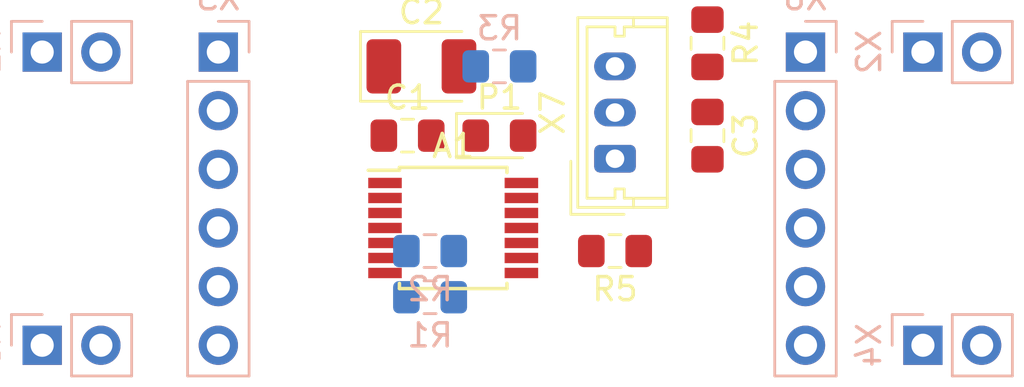
<source format=kicad_pcb>
(kicad_pcb (version 20171130) (host pcbnew 5.1.5)

  (general
    (thickness 1.6)
    (drawings 0)
    (tracks 0)
    (zones 0)
    (modules 17)
    (nets 19)
  )

  (page A4)
  (layers
    (0 F.Cu signal)
    (31 B.Cu signal)
    (32 B.Adhes user)
    (33 F.Adhes user)
    (34 B.Paste user)
    (35 F.Paste user)
    (36 B.SilkS user hide)
    (37 F.SilkS user hide)
    (38 B.Mask user)
    (39 F.Mask user)
    (40 Dwgs.User user)
    (41 Cmts.User user)
    (42 Eco1.User user)
    (43 Eco2.User user)
    (44 Edge.Cuts user)
    (45 Margin user)
    (46 B.CrtYd user)
    (47 F.CrtYd user)
    (48 B.Fab user hide)
    (49 F.Fab user hide)
  )

  (setup
    (last_trace_width 0.25)
    (trace_clearance 0.2)
    (zone_clearance 0.508)
    (zone_45_only no)
    (trace_min 0.2)
    (via_size 0.8)
    (via_drill 0.4)
    (via_min_size 0.4)
    (via_min_drill 0.3)
    (uvia_size 0.3)
    (uvia_drill 0.1)
    (uvias_allowed no)
    (uvia_min_size 0.2)
    (uvia_min_drill 0.1)
    (edge_width 0.05)
    (segment_width 0.2)
    (pcb_text_width 0.3)
    (pcb_text_size 1.5 1.5)
    (mod_edge_width 0.12)
    (mod_text_size 1 1)
    (mod_text_width 0.15)
    (pad_size 1.524 1.524)
    (pad_drill 0.762)
    (pad_to_mask_clearance 0.051)
    (solder_mask_min_width 0.25)
    (aux_axis_origin 0 0)
    (grid_origin 150 100)
    (visible_elements FFFFFF7F)
    (pcbplotparams
      (layerselection 0x010fc_ffffffff)
      (usegerberextensions false)
      (usegerberattributes false)
      (usegerberadvancedattributes false)
      (creategerberjobfile false)
      (excludeedgelayer true)
      (linewidth 0.100000)
      (plotframeref false)
      (viasonmask false)
      (mode 1)
      (useauxorigin false)
      (hpglpennumber 1)
      (hpglpenspeed 20)
      (hpglpendiameter 15.000000)
      (psnegative false)
      (psa4output false)
      (plotreference true)
      (plotvalue true)
      (plotinvisibletext false)
      (padsonsilk false)
      (subtractmaskfromsilk false)
      (outputformat 1)
      (mirror false)
      (drillshape 1)
      (scaleselection 1)
      (outputdirectory ""))
  )

  (net 0 "")
  (net 1 GND)
  (net 2 P2.6)
  (net 3 P2.7)
  (net 4 SBWTCK)
  (net 5 SBWTDIO)
  (net 6 P1.7)
  (net 7 P1.6)
  (net 8 P1.5)
  (net 9 P1.4)
  (net 10 P1.3)
  (net 11 P1.2)
  (net 12 P1.1)
  (net 13 P1.0)
  (net 14 VCC)
  (net 15 "Net-(P1-Pad2)")
  (net 16 "Net-(R5-Pad1)")
  (net 17 "Net-(X6-Pad2)")
  (net 18 "Net-(X6-Pad1)")

  (net_class Default "This is the default net class."
    (clearance 0.2)
    (trace_width 0.25)
    (via_dia 0.8)
    (via_drill 0.4)
    (uvia_dia 0.3)
    (uvia_drill 0.1)
    (add_net GND)
    (add_net "Net-(P1-Pad2)")
    (add_net "Net-(R5-Pad1)")
    (add_net "Net-(X6-Pad1)")
    (add_net "Net-(X6-Pad2)")
    (add_net P1.0)
    (add_net P1.1)
    (add_net P1.2)
    (add_net P1.3)
    (add_net P1.4)
    (add_net P1.5)
    (add_net P1.6)
    (add_net P1.7)
    (add_net P2.6)
    (add_net P2.7)
    (add_net SBWTCK)
    (add_net SBWTDIO)
    (add_net VCC)
  )

  (module Connector_Molex:Molex_Micro-Latch_53253-0370_1x03_P2.00mm_Vertical (layer F.Cu) (tedit 5B781643) (tstamp 5E4DD1CD)
    (at 157 97 90)
    (descr "Molex Micro-Latch Wire-to-Board Connector System, 53253-0370 (compatible alternatives: 53253-0350), 3 Pins per row (http://www.molex.com/pdm_docs/sd/532530770_sd.pdf), generated with kicad-footprint-generator")
    (tags "connector Molex Micro-Latch side entry")
    (path /5E4E5DD2)
    (fp_text reference X7 (at 2 -2.7 90) (layer F.SilkS)
      (effects (font (size 1 1) (thickness 0.15)))
    )
    (fp_text value Debug (at 2 3.35 90) (layer F.Fab)
      (effects (font (size 1 1) (thickness 0.15)))
    )
    (fp_text user %R (at 2 1.45 90) (layer F.Fab)
      (effects (font (size 1 1) (thickness 0.15)))
    )
    (fp_line (start 6.5 -2) (end -2.5 -2) (layer F.CrtYd) (width 0.05))
    (fp_line (start 6.5 2.65) (end 6.5 -2) (layer F.CrtYd) (width 0.05))
    (fp_line (start -2.5 2.65) (end 6.5 2.65) (layer F.CrtYd) (width 0.05))
    (fp_line (start -2.5 -2) (end -2.5 2.65) (layer F.CrtYd) (width 0.05))
    (fp_line (start 5.71 0.4) (end 5.71 2.26) (layer F.SilkS) (width 0.12))
    (fp_line (start 5.31 0.4) (end 5.71 0.4) (layer F.SilkS) (width 0.12))
    (fp_line (start 5.31 0) (end 5.31 0.4) (layer F.SilkS) (width 0.12))
    (fp_line (start 5.71 0) (end 5.31 0) (layer F.SilkS) (width 0.12))
    (fp_line (start 5.71 -1.21) (end 5.71 0) (layer F.SilkS) (width 0.12))
    (fp_line (start 2 -1.21) (end 5.71 -1.21) (layer F.SilkS) (width 0.12))
    (fp_line (start -1.71 0.4) (end -1.71 2.26) (layer F.SilkS) (width 0.12))
    (fp_line (start -1.31 0.4) (end -1.71 0.4) (layer F.SilkS) (width 0.12))
    (fp_line (start -1.31 0) (end -1.31 0.4) (layer F.SilkS) (width 0.12))
    (fp_line (start -1.71 0) (end -1.31 0) (layer F.SilkS) (width 0.12))
    (fp_line (start -1.71 -1.21) (end -1.71 0) (layer F.SilkS) (width 0.12))
    (fp_line (start 2 -1.21) (end -1.71 -1.21) (layer F.SilkS) (width 0.12))
    (fp_line (start 6.11 0.8) (end 5.71 0.8) (layer F.SilkS) (width 0.12))
    (fp_line (start -2.11 0.8) (end -1.71 0.8) (layer F.SilkS) (width 0.12))
    (fp_line (start 0 -0.792893) (end 0.5 -1.5) (layer F.Fab) (width 0.1))
    (fp_line (start -0.5 -1.5) (end 0 -0.792893) (layer F.Fab) (width 0.1))
    (fp_line (start -2.41 -1.91) (end -2.41 0.39) (layer F.SilkS) (width 0.12))
    (fp_line (start -0.11 -1.91) (end -2.41 -1.91) (layer F.SilkS) (width 0.12))
    (fp_line (start 6.11 -1.61) (end -2.11 -1.61) (layer F.SilkS) (width 0.12))
    (fp_line (start 6.11 2.26) (end 6.11 -1.61) (layer F.SilkS) (width 0.12))
    (fp_line (start -2.11 2.26) (end 6.11 2.26) (layer F.SilkS) (width 0.12))
    (fp_line (start -2.11 -1.61) (end -2.11 2.26) (layer F.SilkS) (width 0.12))
    (fp_line (start 6 -1.5) (end -2 -1.5) (layer F.Fab) (width 0.1))
    (fp_line (start 6 2.15) (end 6 -1.5) (layer F.Fab) (width 0.1))
    (fp_line (start -2 2.15) (end 6 2.15) (layer F.Fab) (width 0.1))
    (fp_line (start -2 -1.5) (end -2 2.15) (layer F.Fab) (width 0.1))
    (pad 3 thru_hole oval (at 4 0 90) (size 1.2 1.8) (drill 0.8) (layers *.Cu *.Mask)
      (net 1 GND))
    (pad 2 thru_hole oval (at 2 0 90) (size 1.2 1.8) (drill 0.8) (layers *.Cu *.Mask)
      (net 5 SBWTDIO))
    (pad 1 thru_hole roundrect (at 0 0 90) (size 1.2 1.8) (drill 0.8) (layers *.Cu *.Mask) (roundrect_rratio 0.208333)
      (net 16 "Net-(R5-Pad1)"))
    (model ${KISYS3DMOD}/Connector_Molex.3dshapes/Molex_Micro-Latch_53253-0370_1x03_P2.00mm_Vertical.wrl
      (at (xyz 0 0 0))
      (scale (xyz 1 1 1))
      (rotate (xyz 0 0 0))
    )
  )

  (module Connector_PinHeader_2.54mm:PinHeader_1x06_P2.54mm_Vertical (layer B.Cu) (tedit 59FED5CC) (tstamp 5E4DCC33)
    (at 165.24 92.38 180)
    (descr "Through hole straight pin header, 1x06, 2.54mm pitch, single row")
    (tags "Through hole pin header THT 1x06 2.54mm single row")
    (path /5E4DFD0D)
    (fp_text reference X6 (at 0 2.33) (layer B.SilkS)
      (effects (font (size 1 1) (thickness 0.15)) (justify mirror))
    )
    (fp_text value Right (at 0 -15.03) (layer B.Fab)
      (effects (font (size 1 1) (thickness 0.15)) (justify mirror))
    )
    (fp_text user %R (at 0 -6.35 270) (layer B.Fab)
      (effects (font (size 1 1) (thickness 0.15)) (justify mirror))
    )
    (fp_line (start 1.8 1.8) (end -1.8 1.8) (layer B.CrtYd) (width 0.05))
    (fp_line (start 1.8 -14.5) (end 1.8 1.8) (layer B.CrtYd) (width 0.05))
    (fp_line (start -1.8 -14.5) (end 1.8 -14.5) (layer B.CrtYd) (width 0.05))
    (fp_line (start -1.8 1.8) (end -1.8 -14.5) (layer B.CrtYd) (width 0.05))
    (fp_line (start -1.33 1.33) (end 0 1.33) (layer B.SilkS) (width 0.12))
    (fp_line (start -1.33 0) (end -1.33 1.33) (layer B.SilkS) (width 0.12))
    (fp_line (start -1.33 -1.27) (end 1.33 -1.27) (layer B.SilkS) (width 0.12))
    (fp_line (start 1.33 -1.27) (end 1.33 -14.03) (layer B.SilkS) (width 0.12))
    (fp_line (start -1.33 -1.27) (end -1.33 -14.03) (layer B.SilkS) (width 0.12))
    (fp_line (start -1.33 -14.03) (end 1.33 -14.03) (layer B.SilkS) (width 0.12))
    (fp_line (start -1.27 0.635) (end -0.635 1.27) (layer B.Fab) (width 0.1))
    (fp_line (start -1.27 -13.97) (end -1.27 0.635) (layer B.Fab) (width 0.1))
    (fp_line (start 1.27 -13.97) (end -1.27 -13.97) (layer B.Fab) (width 0.1))
    (fp_line (start 1.27 1.27) (end 1.27 -13.97) (layer B.Fab) (width 0.1))
    (fp_line (start -0.635 1.27) (end 1.27 1.27) (layer B.Fab) (width 0.1))
    (pad 6 thru_hole oval (at 0 -12.7 180) (size 1.7 1.7) (drill 1) (layers *.Cu *.Mask)
      (net 7 P1.6))
    (pad 5 thru_hole oval (at 0 -10.16 180) (size 1.7 1.7) (drill 1) (layers *.Cu *.Mask)
      (net 6 P1.7))
    (pad 4 thru_hole oval (at 0 -7.62 180) (size 1.7 1.7) (drill 1) (layers *.Cu *.Mask)
      (net 2 P2.6))
    (pad 3 thru_hole oval (at 0 -5.08 180) (size 1.7 1.7) (drill 1) (layers *.Cu *.Mask)
      (net 3 P2.7))
    (pad 2 thru_hole oval (at 0 -2.54 180) (size 1.7 1.7) (drill 1) (layers *.Cu *.Mask)
      (net 17 "Net-(X6-Pad2)"))
    (pad 1 thru_hole rect (at 0 0 180) (size 1.7 1.7) (drill 1) (layers *.Cu *.Mask)
      (net 18 "Net-(X6-Pad1)"))
    (model ${KISYS3DMOD}/Connector_PinHeader_2.54mm.3dshapes/PinHeader_1x06_P2.54mm_Vertical.wrl
      (at (xyz 0 0 0))
      (scale (xyz 1 1 1))
      (rotate (xyz 0 0 0))
    )
  )

  (module Connector_PinHeader_2.54mm:PinHeader_1x02_P2.54mm_Vertical (layer B.Cu) (tedit 59FED5CC) (tstamp 5E4DC90A)
    (at 132.22 105.08 270)
    (descr "Through hole straight pin header, 1x02, 2.54mm pitch, single row")
    (tags "Through hole pin header THT 1x02 2.54mm single row")
    (path /5E4DEFCE)
    (fp_text reference X5 (at 0 2.33 270) (layer B.SilkS)
      (effects (font (size 1 1) (thickness 0.15)) (justify mirror))
    )
    (fp_text value Power (at 0 -4.87 270) (layer B.Fab)
      (effects (font (size 1 1) (thickness 0.15)) (justify mirror))
    )
    (fp_text user %R (at 0 -1.27) (layer B.Fab)
      (effects (font (size 1 1) (thickness 0.15)) (justify mirror))
    )
    (fp_line (start 1.8 1.8) (end -1.8 1.8) (layer B.CrtYd) (width 0.05))
    (fp_line (start 1.8 -4.35) (end 1.8 1.8) (layer B.CrtYd) (width 0.05))
    (fp_line (start -1.8 -4.35) (end 1.8 -4.35) (layer B.CrtYd) (width 0.05))
    (fp_line (start -1.8 1.8) (end -1.8 -4.35) (layer B.CrtYd) (width 0.05))
    (fp_line (start -1.33 1.33) (end 0 1.33) (layer B.SilkS) (width 0.12))
    (fp_line (start -1.33 0) (end -1.33 1.33) (layer B.SilkS) (width 0.12))
    (fp_line (start -1.33 -1.27) (end 1.33 -1.27) (layer B.SilkS) (width 0.12))
    (fp_line (start 1.33 -1.27) (end 1.33 -3.87) (layer B.SilkS) (width 0.12))
    (fp_line (start -1.33 -1.27) (end -1.33 -3.87) (layer B.SilkS) (width 0.12))
    (fp_line (start -1.33 -3.87) (end 1.33 -3.87) (layer B.SilkS) (width 0.12))
    (fp_line (start -1.27 0.635) (end -0.635 1.27) (layer B.Fab) (width 0.1))
    (fp_line (start -1.27 -3.81) (end -1.27 0.635) (layer B.Fab) (width 0.1))
    (fp_line (start 1.27 -3.81) (end -1.27 -3.81) (layer B.Fab) (width 0.1))
    (fp_line (start 1.27 1.27) (end 1.27 -3.81) (layer B.Fab) (width 0.1))
    (fp_line (start -0.635 1.27) (end 1.27 1.27) (layer B.Fab) (width 0.1))
    (pad 2 thru_hole oval (at 0 -2.54 270) (size 1.7 1.7) (drill 1) (layers *.Cu *.Mask)
      (net 1 GND))
    (pad 1 thru_hole rect (at 0 0 270) (size 1.7 1.7) (drill 1) (layers *.Cu *.Mask)
      (net 14 VCC))
    (model ${KISYS3DMOD}/Connector_PinHeader_2.54mm.3dshapes/PinHeader_1x02_P2.54mm_Vertical.wrl
      (at (xyz 0 0 0))
      (scale (xyz 1 1 1))
      (rotate (xyz 0 0 0))
    )
  )

  (module Connector_PinHeader_2.54mm:PinHeader_1x02_P2.54mm_Vertical (layer B.Cu) (tedit 59FED5CC) (tstamp 5E4DC542)
    (at 170.32 105.08 270)
    (descr "Through hole straight pin header, 1x02, 2.54mm pitch, single row")
    (tags "Through hole pin header THT 1x02 2.54mm single row")
    (path /5E4DCFB4)
    (fp_text reference X4 (at 0 2.33 270) (layer B.SilkS)
      (effects (font (size 1 1) (thickness 0.15)) (justify mirror))
    )
    (fp_text value Power (at 0 -4.87 270) (layer B.Fab)
      (effects (font (size 1 1) (thickness 0.15)) (justify mirror))
    )
    (fp_text user %R (at 0 -1.27) (layer B.Fab)
      (effects (font (size 1 1) (thickness 0.15)) (justify mirror))
    )
    (fp_line (start 1.8 1.8) (end -1.8 1.8) (layer B.CrtYd) (width 0.05))
    (fp_line (start 1.8 -4.35) (end 1.8 1.8) (layer B.CrtYd) (width 0.05))
    (fp_line (start -1.8 -4.35) (end 1.8 -4.35) (layer B.CrtYd) (width 0.05))
    (fp_line (start -1.8 1.8) (end -1.8 -4.35) (layer B.CrtYd) (width 0.05))
    (fp_line (start -1.33 1.33) (end 0 1.33) (layer B.SilkS) (width 0.12))
    (fp_line (start -1.33 0) (end -1.33 1.33) (layer B.SilkS) (width 0.12))
    (fp_line (start -1.33 -1.27) (end 1.33 -1.27) (layer B.SilkS) (width 0.12))
    (fp_line (start 1.33 -1.27) (end 1.33 -3.87) (layer B.SilkS) (width 0.12))
    (fp_line (start -1.33 -1.27) (end -1.33 -3.87) (layer B.SilkS) (width 0.12))
    (fp_line (start -1.33 -3.87) (end 1.33 -3.87) (layer B.SilkS) (width 0.12))
    (fp_line (start -1.27 0.635) (end -0.635 1.27) (layer B.Fab) (width 0.1))
    (fp_line (start -1.27 -3.81) (end -1.27 0.635) (layer B.Fab) (width 0.1))
    (fp_line (start 1.27 -3.81) (end -1.27 -3.81) (layer B.Fab) (width 0.1))
    (fp_line (start 1.27 1.27) (end 1.27 -3.81) (layer B.Fab) (width 0.1))
    (fp_line (start -0.635 1.27) (end 1.27 1.27) (layer B.Fab) (width 0.1))
    (pad 2 thru_hole oval (at 0 -2.54 270) (size 1.7 1.7) (drill 1) (layers *.Cu *.Mask)
      (net 1 GND))
    (pad 1 thru_hole rect (at 0 0 270) (size 1.7 1.7) (drill 1) (layers *.Cu *.Mask)
      (net 14 VCC))
    (model ${KISYS3DMOD}/Connector_PinHeader_2.54mm.3dshapes/PinHeader_1x02_P2.54mm_Vertical.wrl
      (at (xyz 0 0 0))
      (scale (xyz 1 1 1))
      (rotate (xyz 0 0 0))
    )
  )

  (module Connector_PinHeader_2.54mm:PinHeader_1x06_P2.54mm_Vertical (layer B.Cu) (tedit 59FED5CC) (tstamp 5E4DC52C)
    (at 139.84 92.38 180)
    (descr "Through hole straight pin header, 1x06, 2.54mm pitch, single row")
    (tags "Through hole pin header THT 1x06 2.54mm single row")
    (path /5E4DF7EE)
    (fp_text reference X3 (at 0 2.33) (layer B.SilkS)
      (effects (font (size 1 1) (thickness 0.15)) (justify mirror))
    )
    (fp_text value Left (at 0 -15.03) (layer B.Fab)
      (effects (font (size 1 1) (thickness 0.15)) (justify mirror))
    )
    (fp_text user %R (at 0 -6.35 270) (layer B.Fab)
      (effects (font (size 1 1) (thickness 0.15)) (justify mirror))
    )
    (fp_line (start 1.8 1.8) (end -1.8 1.8) (layer B.CrtYd) (width 0.05))
    (fp_line (start 1.8 -14.5) (end 1.8 1.8) (layer B.CrtYd) (width 0.05))
    (fp_line (start -1.8 -14.5) (end 1.8 -14.5) (layer B.CrtYd) (width 0.05))
    (fp_line (start -1.8 1.8) (end -1.8 -14.5) (layer B.CrtYd) (width 0.05))
    (fp_line (start -1.33 1.33) (end 0 1.33) (layer B.SilkS) (width 0.12))
    (fp_line (start -1.33 0) (end -1.33 1.33) (layer B.SilkS) (width 0.12))
    (fp_line (start -1.33 -1.27) (end 1.33 -1.27) (layer B.SilkS) (width 0.12))
    (fp_line (start 1.33 -1.27) (end 1.33 -14.03) (layer B.SilkS) (width 0.12))
    (fp_line (start -1.33 -1.27) (end -1.33 -14.03) (layer B.SilkS) (width 0.12))
    (fp_line (start -1.33 -14.03) (end 1.33 -14.03) (layer B.SilkS) (width 0.12))
    (fp_line (start -1.27 0.635) (end -0.635 1.27) (layer B.Fab) (width 0.1))
    (fp_line (start -1.27 -13.97) (end -1.27 0.635) (layer B.Fab) (width 0.1))
    (fp_line (start 1.27 -13.97) (end -1.27 -13.97) (layer B.Fab) (width 0.1))
    (fp_line (start 1.27 1.27) (end 1.27 -13.97) (layer B.Fab) (width 0.1))
    (fp_line (start -0.635 1.27) (end 1.27 1.27) (layer B.Fab) (width 0.1))
    (pad 6 thru_hole oval (at 0 -12.7 180) (size 1.7 1.7) (drill 1) (layers *.Cu *.Mask)
      (net 8 P1.5))
    (pad 5 thru_hole oval (at 0 -10.16 180) (size 1.7 1.7) (drill 1) (layers *.Cu *.Mask)
      (net 9 P1.4))
    (pad 4 thru_hole oval (at 0 -7.62 180) (size 1.7 1.7) (drill 1) (layers *.Cu *.Mask)
      (net 10 P1.3))
    (pad 3 thru_hole oval (at 0 -5.08 180) (size 1.7 1.7) (drill 1) (layers *.Cu *.Mask)
      (net 11 P1.2))
    (pad 2 thru_hole oval (at 0 -2.54 180) (size 1.7 1.7) (drill 1) (layers *.Cu *.Mask)
      (net 12 P1.1))
    (pad 1 thru_hole rect (at 0 0 180) (size 1.7 1.7) (drill 1) (layers *.Cu *.Mask)
      (net 13 P1.0))
    (model ${KISYS3DMOD}/Connector_PinHeader_2.54mm.3dshapes/PinHeader_1x06_P2.54mm_Vertical.wrl
      (at (xyz 0 0 0))
      (scale (xyz 1 1 1))
      (rotate (xyz 0 0 0))
    )
  )

  (module Connector_PinHeader_2.54mm:PinHeader_1x02_P2.54mm_Vertical (layer B.Cu) (tedit 59FED5CC) (tstamp 5E4DC512)
    (at 170.32 92.38 270)
    (descr "Through hole straight pin header, 1x02, 2.54mm pitch, single row")
    (tags "Through hole pin header THT 1x02 2.54mm single row")
    (path /5E4DEFB8)
    (fp_text reference X2 (at 0 2.33 270) (layer B.SilkS)
      (effects (font (size 1 1) (thickness 0.15)) (justify mirror))
    )
    (fp_text value Power (at 0 -4.87 270) (layer B.Fab)
      (effects (font (size 1 1) (thickness 0.15)) (justify mirror))
    )
    (fp_text user %R (at 0 -1.27) (layer B.Fab)
      (effects (font (size 1 1) (thickness 0.15)) (justify mirror))
    )
    (fp_line (start 1.8 1.8) (end -1.8 1.8) (layer B.CrtYd) (width 0.05))
    (fp_line (start 1.8 -4.35) (end 1.8 1.8) (layer B.CrtYd) (width 0.05))
    (fp_line (start -1.8 -4.35) (end 1.8 -4.35) (layer B.CrtYd) (width 0.05))
    (fp_line (start -1.8 1.8) (end -1.8 -4.35) (layer B.CrtYd) (width 0.05))
    (fp_line (start -1.33 1.33) (end 0 1.33) (layer B.SilkS) (width 0.12))
    (fp_line (start -1.33 0) (end -1.33 1.33) (layer B.SilkS) (width 0.12))
    (fp_line (start -1.33 -1.27) (end 1.33 -1.27) (layer B.SilkS) (width 0.12))
    (fp_line (start 1.33 -1.27) (end 1.33 -3.87) (layer B.SilkS) (width 0.12))
    (fp_line (start -1.33 -1.27) (end -1.33 -3.87) (layer B.SilkS) (width 0.12))
    (fp_line (start -1.33 -3.87) (end 1.33 -3.87) (layer B.SilkS) (width 0.12))
    (fp_line (start -1.27 0.635) (end -0.635 1.27) (layer B.Fab) (width 0.1))
    (fp_line (start -1.27 -3.81) (end -1.27 0.635) (layer B.Fab) (width 0.1))
    (fp_line (start 1.27 -3.81) (end -1.27 -3.81) (layer B.Fab) (width 0.1))
    (fp_line (start 1.27 1.27) (end 1.27 -3.81) (layer B.Fab) (width 0.1))
    (fp_line (start -0.635 1.27) (end 1.27 1.27) (layer B.Fab) (width 0.1))
    (pad 2 thru_hole oval (at 0 -2.54 270) (size 1.7 1.7) (drill 1) (layers *.Cu *.Mask)
      (net 1 GND))
    (pad 1 thru_hole rect (at 0 0 270) (size 1.7 1.7) (drill 1) (layers *.Cu *.Mask)
      (net 14 VCC))
    (model ${KISYS3DMOD}/Connector_PinHeader_2.54mm.3dshapes/PinHeader_1x02_P2.54mm_Vertical.wrl
      (at (xyz 0 0 0))
      (scale (xyz 1 1 1))
      (rotate (xyz 0 0 0))
    )
  )

  (module Connector_PinHeader_2.54mm:PinHeader_1x02_P2.54mm_Vertical (layer B.Cu) (tedit 59FED5CC) (tstamp 5E4DC4FC)
    (at 132.22 92.38 270)
    (descr "Through hole straight pin header, 1x02, 2.54mm pitch, single row")
    (tags "Through hole pin header THT 1x02 2.54mm single row")
    (path /5E4D97F7)
    (fp_text reference X1 (at 0 2.33 270) (layer B.SilkS)
      (effects (font (size 1 1) (thickness 0.15)) (justify mirror))
    )
    (fp_text value Power (at 0 -4.87 270) (layer B.Fab)
      (effects (font (size 1 1) (thickness 0.15)) (justify mirror))
    )
    (fp_text user %R (at 0 -1.27) (layer B.Fab)
      (effects (font (size 1 1) (thickness 0.15)) (justify mirror))
    )
    (fp_line (start 1.8 1.8) (end -1.8 1.8) (layer B.CrtYd) (width 0.05))
    (fp_line (start 1.8 -4.35) (end 1.8 1.8) (layer B.CrtYd) (width 0.05))
    (fp_line (start -1.8 -4.35) (end 1.8 -4.35) (layer B.CrtYd) (width 0.05))
    (fp_line (start -1.8 1.8) (end -1.8 -4.35) (layer B.CrtYd) (width 0.05))
    (fp_line (start -1.33 1.33) (end 0 1.33) (layer B.SilkS) (width 0.12))
    (fp_line (start -1.33 0) (end -1.33 1.33) (layer B.SilkS) (width 0.12))
    (fp_line (start -1.33 -1.27) (end 1.33 -1.27) (layer B.SilkS) (width 0.12))
    (fp_line (start 1.33 -1.27) (end 1.33 -3.87) (layer B.SilkS) (width 0.12))
    (fp_line (start -1.33 -1.27) (end -1.33 -3.87) (layer B.SilkS) (width 0.12))
    (fp_line (start -1.33 -3.87) (end 1.33 -3.87) (layer B.SilkS) (width 0.12))
    (fp_line (start -1.27 0.635) (end -0.635 1.27) (layer B.Fab) (width 0.1))
    (fp_line (start -1.27 -3.81) (end -1.27 0.635) (layer B.Fab) (width 0.1))
    (fp_line (start 1.27 -3.81) (end -1.27 -3.81) (layer B.Fab) (width 0.1))
    (fp_line (start 1.27 1.27) (end 1.27 -3.81) (layer B.Fab) (width 0.1))
    (fp_line (start -0.635 1.27) (end 1.27 1.27) (layer B.Fab) (width 0.1))
    (pad 2 thru_hole oval (at 0 -2.54 270) (size 1.7 1.7) (drill 1) (layers *.Cu *.Mask)
      (net 1 GND))
    (pad 1 thru_hole rect (at 0 0 270) (size 1.7 1.7) (drill 1) (layers *.Cu *.Mask)
      (net 14 VCC))
    (model ${KISYS3DMOD}/Connector_PinHeader_2.54mm.3dshapes/PinHeader_1x02_P2.54mm_Vertical.wrl
      (at (xyz 0 0 0))
      (scale (xyz 1 1 1))
      (rotate (xyz 0 0 0))
    )
  )

  (module Resistor_SMD:R_0805_2012Metric_Pad1.15x1.40mm_HandSolder (layer F.Cu) (tedit 5B36C52B) (tstamp 5E4DC4E6)
    (at 157 101 180)
    (descr "Resistor SMD 0805 (2012 Metric), square (rectangular) end terminal, IPC_7351 nominal with elongated pad for handsoldering. (Body size source: https://docs.google.com/spreadsheets/d/1BsfQQcO9C6DZCsRaXUlFlo91Tg2WpOkGARC1WS5S8t0/edit?usp=sharing), generated with kicad-footprint-generator")
    (tags "resistor handsolder")
    (path /5E4D6B4B)
    (attr smd)
    (fp_text reference R5 (at 0 -1.65) (layer F.SilkS)
      (effects (font (size 1 1) (thickness 0.15)))
    )
    (fp_text value 330 (at 0 1.65) (layer F.Fab)
      (effects (font (size 1 1) (thickness 0.15)))
    )
    (fp_text user %R (at 0 0) (layer F.Fab)
      (effects (font (size 0.5 0.5) (thickness 0.08)))
    )
    (fp_line (start 1.85 0.95) (end -1.85 0.95) (layer F.CrtYd) (width 0.05))
    (fp_line (start 1.85 -0.95) (end 1.85 0.95) (layer F.CrtYd) (width 0.05))
    (fp_line (start -1.85 -0.95) (end 1.85 -0.95) (layer F.CrtYd) (width 0.05))
    (fp_line (start -1.85 0.95) (end -1.85 -0.95) (layer F.CrtYd) (width 0.05))
    (fp_line (start -0.261252 0.71) (end 0.261252 0.71) (layer F.SilkS) (width 0.12))
    (fp_line (start -0.261252 -0.71) (end 0.261252 -0.71) (layer F.SilkS) (width 0.12))
    (fp_line (start 1 0.6) (end -1 0.6) (layer F.Fab) (width 0.1))
    (fp_line (start 1 -0.6) (end 1 0.6) (layer F.Fab) (width 0.1))
    (fp_line (start -1 -0.6) (end 1 -0.6) (layer F.Fab) (width 0.1))
    (fp_line (start -1 0.6) (end -1 -0.6) (layer F.Fab) (width 0.1))
    (pad 2 smd roundrect (at 1.025 0 180) (size 1.15 1.4) (layers F.Cu F.Paste F.Mask) (roundrect_rratio 0.217391)
      (net 4 SBWTCK))
    (pad 1 smd roundrect (at -1.025 0 180) (size 1.15 1.4) (layers F.Cu F.Paste F.Mask) (roundrect_rratio 0.217391)
      (net 16 "Net-(R5-Pad1)"))
    (model ${KISYS3DMOD}/Resistor_SMD.3dshapes/R_0805_2012Metric.wrl
      (at (xyz 0 0 0))
      (scale (xyz 1 1 1))
      (rotate (xyz 0 0 0))
    )
  )

  (module Resistor_SMD:R_0805_2012Metric_Pad1.15x1.40mm_HandSolder (layer F.Cu) (tedit 5B36C52B) (tstamp 5E4DD188)
    (at 161 92 270)
    (descr "Resistor SMD 0805 (2012 Metric), square (rectangular) end terminal, IPC_7351 nominal with elongated pad for handsoldering. (Body size source: https://docs.google.com/spreadsheets/d/1BsfQQcO9C6DZCsRaXUlFlo91Tg2WpOkGARC1WS5S8t0/edit?usp=sharing), generated with kicad-footprint-generator")
    (tags "resistor handsolder")
    (path /5E4D77FD)
    (attr smd)
    (fp_text reference R4 (at 0 -1.65 90) (layer F.SilkS)
      (effects (font (size 1 1) (thickness 0.15)))
    )
    (fp_text value 47k (at 0 1.65 90) (layer F.Fab)
      (effects (font (size 1 1) (thickness 0.15)))
    )
    (fp_text user %R (at 0 0 90) (layer F.Fab)
      (effects (font (size 0.5 0.5) (thickness 0.08)))
    )
    (fp_line (start 1.85 0.95) (end -1.85 0.95) (layer F.CrtYd) (width 0.05))
    (fp_line (start 1.85 -0.95) (end 1.85 0.95) (layer F.CrtYd) (width 0.05))
    (fp_line (start -1.85 -0.95) (end 1.85 -0.95) (layer F.CrtYd) (width 0.05))
    (fp_line (start -1.85 0.95) (end -1.85 -0.95) (layer F.CrtYd) (width 0.05))
    (fp_line (start -0.261252 0.71) (end 0.261252 0.71) (layer F.SilkS) (width 0.12))
    (fp_line (start -0.261252 -0.71) (end 0.261252 -0.71) (layer F.SilkS) (width 0.12))
    (fp_line (start 1 0.6) (end -1 0.6) (layer F.Fab) (width 0.1))
    (fp_line (start 1 -0.6) (end 1 0.6) (layer F.Fab) (width 0.1))
    (fp_line (start -1 -0.6) (end 1 -0.6) (layer F.Fab) (width 0.1))
    (fp_line (start -1 0.6) (end -1 -0.6) (layer F.Fab) (width 0.1))
    (pad 2 smd roundrect (at 1.025 0 270) (size 1.15 1.4) (layers F.Cu F.Paste F.Mask) (roundrect_rratio 0.217391)
      (net 5 SBWTDIO))
    (pad 1 smd roundrect (at -1.025 0 270) (size 1.15 1.4) (layers F.Cu F.Paste F.Mask) (roundrect_rratio 0.217391)
      (net 14 VCC))
    (model ${KISYS3DMOD}/Resistor_SMD.3dshapes/R_0805_2012Metric.wrl
      (at (xyz 0 0 0))
      (scale (xyz 1 1 1))
      (rotate (xyz 0 0 0))
    )
  )

  (module Resistor_SMD:R_0805_2012Metric_Pad1.15x1.40mm_HandSolder (layer B.Cu) (tedit 5B36C52B) (tstamp 5E4DD015)
    (at 152 93 180)
    (descr "Resistor SMD 0805 (2012 Metric), square (rectangular) end terminal, IPC_7351 nominal with elongated pad for handsoldering. (Body size source: https://docs.google.com/spreadsheets/d/1BsfQQcO9C6DZCsRaXUlFlo91Tg2WpOkGARC1WS5S8t0/edit?usp=sharing), generated with kicad-footprint-generator")
    (tags "resistor handsolder")
    (path /5E4D8E80)
    (attr smd)
    (fp_text reference R3 (at 0 1.65) (layer B.SilkS)
      (effects (font (size 1 1) (thickness 0.15)) (justify mirror))
    )
    (fp_text value R (at 0 -1.65) (layer B.Fab)
      (effects (font (size 1 1) (thickness 0.15)) (justify mirror))
    )
    (fp_text user %R (at 0 0) (layer B.Fab)
      (effects (font (size 0.5 0.5) (thickness 0.08)) (justify mirror))
    )
    (fp_line (start 1.85 -0.95) (end -1.85 -0.95) (layer B.CrtYd) (width 0.05))
    (fp_line (start 1.85 0.95) (end 1.85 -0.95) (layer B.CrtYd) (width 0.05))
    (fp_line (start -1.85 0.95) (end 1.85 0.95) (layer B.CrtYd) (width 0.05))
    (fp_line (start -1.85 -0.95) (end -1.85 0.95) (layer B.CrtYd) (width 0.05))
    (fp_line (start -0.261252 -0.71) (end 0.261252 -0.71) (layer B.SilkS) (width 0.12))
    (fp_line (start -0.261252 0.71) (end 0.261252 0.71) (layer B.SilkS) (width 0.12))
    (fp_line (start 1 -0.6) (end -1 -0.6) (layer B.Fab) (width 0.1))
    (fp_line (start 1 0.6) (end 1 -0.6) (layer B.Fab) (width 0.1))
    (fp_line (start -1 0.6) (end 1 0.6) (layer B.Fab) (width 0.1))
    (fp_line (start -1 -0.6) (end -1 0.6) (layer B.Fab) (width 0.1))
    (pad 2 smd roundrect (at 1.025 0 180) (size 1.15 1.4) (layers B.Cu B.Paste B.Mask) (roundrect_rratio 0.217391)
      (net 14 VCC))
    (pad 1 smd roundrect (at -1.025 0 180) (size 1.15 1.4) (layers B.Cu B.Paste B.Mask) (roundrect_rratio 0.217391)
      (net 15 "Net-(P1-Pad2)"))
    (model ${KISYS3DMOD}/Resistor_SMD.3dshapes/R_0805_2012Metric.wrl
      (at (xyz 0 0 0))
      (scale (xyz 1 1 1))
      (rotate (xyz 0 0 0))
    )
  )

  (module Resistor_SMD:R_0805_2012Metric_Pad1.15x1.40mm_HandSolder (layer B.Cu) (tedit 5B36C52B) (tstamp 5E4DC4B3)
    (at 149 101)
    (descr "Resistor SMD 0805 (2012 Metric), square (rectangular) end terminal, IPC_7351 nominal with elongated pad for handsoldering. (Body size source: https://docs.google.com/spreadsheets/d/1BsfQQcO9C6DZCsRaXUlFlo91Tg2WpOkGARC1WS5S8t0/edit?usp=sharing), generated with kicad-footprint-generator")
    (tags "resistor handsolder")
    (path /5E4EA449)
    (attr smd)
    (fp_text reference R2 (at 0 1.65) (layer B.SilkS)
      (effects (font (size 1 1) (thickness 0.15)) (justify mirror))
    )
    (fp_text value R (at 0 -1.65) (layer B.Fab)
      (effects (font (size 1 1) (thickness 0.15)) (justify mirror))
    )
    (fp_text user %R (at 0 0) (layer B.Fab)
      (effects (font (size 0.5 0.5) (thickness 0.08)) (justify mirror))
    )
    (fp_line (start 1.85 -0.95) (end -1.85 -0.95) (layer B.CrtYd) (width 0.05))
    (fp_line (start 1.85 0.95) (end 1.85 -0.95) (layer B.CrtYd) (width 0.05))
    (fp_line (start -1.85 0.95) (end 1.85 0.95) (layer B.CrtYd) (width 0.05))
    (fp_line (start -1.85 -0.95) (end -1.85 0.95) (layer B.CrtYd) (width 0.05))
    (fp_line (start -0.261252 -0.71) (end 0.261252 -0.71) (layer B.SilkS) (width 0.12))
    (fp_line (start -0.261252 0.71) (end 0.261252 0.71) (layer B.SilkS) (width 0.12))
    (fp_line (start 1 -0.6) (end -1 -0.6) (layer B.Fab) (width 0.1))
    (fp_line (start 1 0.6) (end 1 -0.6) (layer B.Fab) (width 0.1))
    (fp_line (start -1 0.6) (end 1 0.6) (layer B.Fab) (width 0.1))
    (fp_line (start -1 -0.6) (end -1 0.6) (layer B.Fab) (width 0.1))
    (pad 2 smd roundrect (at 1.025 0) (size 1.15 1.4) (layers B.Cu B.Paste B.Mask) (roundrect_rratio 0.217391)
      (net 6 P1.7))
    (pad 1 smd roundrect (at -1.025 0) (size 1.15 1.4) (layers B.Cu B.Paste B.Mask) (roundrect_rratio 0.217391)
      (net 14 VCC))
    (model ${KISYS3DMOD}/Resistor_SMD.3dshapes/R_0805_2012Metric.wrl
      (at (xyz 0 0 0))
      (scale (xyz 1 1 1))
      (rotate (xyz 0 0 0))
    )
  )

  (module Resistor_SMD:R_0805_2012Metric_Pad1.15x1.40mm_HandSolder (layer B.Cu) (tedit 5B36C52B) (tstamp 5E4DC4A2)
    (at 149 103)
    (descr "Resistor SMD 0805 (2012 Metric), square (rectangular) end terminal, IPC_7351 nominal with elongated pad for handsoldering. (Body size source: https://docs.google.com/spreadsheets/d/1BsfQQcO9C6DZCsRaXUlFlo91Tg2WpOkGARC1WS5S8t0/edit?usp=sharing), generated with kicad-footprint-generator")
    (tags "resistor handsolder")
    (path /5E4EA293)
    (attr smd)
    (fp_text reference R1 (at 0 1.65) (layer B.SilkS)
      (effects (font (size 1 1) (thickness 0.15)) (justify mirror))
    )
    (fp_text value R (at 0 -1.65) (layer B.Fab)
      (effects (font (size 1 1) (thickness 0.15)) (justify mirror))
    )
    (fp_text user %R (at 0 0) (layer B.Fab)
      (effects (font (size 0.5 0.5) (thickness 0.08)) (justify mirror))
    )
    (fp_line (start 1.85 -0.95) (end -1.85 -0.95) (layer B.CrtYd) (width 0.05))
    (fp_line (start 1.85 0.95) (end 1.85 -0.95) (layer B.CrtYd) (width 0.05))
    (fp_line (start -1.85 0.95) (end 1.85 0.95) (layer B.CrtYd) (width 0.05))
    (fp_line (start -1.85 -0.95) (end -1.85 0.95) (layer B.CrtYd) (width 0.05))
    (fp_line (start -0.261252 -0.71) (end 0.261252 -0.71) (layer B.SilkS) (width 0.12))
    (fp_line (start -0.261252 0.71) (end 0.261252 0.71) (layer B.SilkS) (width 0.12))
    (fp_line (start 1 -0.6) (end -1 -0.6) (layer B.Fab) (width 0.1))
    (fp_line (start 1 0.6) (end 1 -0.6) (layer B.Fab) (width 0.1))
    (fp_line (start -1 0.6) (end 1 0.6) (layer B.Fab) (width 0.1))
    (fp_line (start -1 -0.6) (end -1 0.6) (layer B.Fab) (width 0.1))
    (pad 2 smd roundrect (at 1.025 0) (size 1.15 1.4) (layers B.Cu B.Paste B.Mask) (roundrect_rratio 0.217391)
      (net 7 P1.6))
    (pad 1 smd roundrect (at -1.025 0) (size 1.15 1.4) (layers B.Cu B.Paste B.Mask) (roundrect_rratio 0.217391)
      (net 14 VCC))
    (model ${KISYS3DMOD}/Resistor_SMD.3dshapes/R_0805_2012Metric.wrl
      (at (xyz 0 0 0))
      (scale (xyz 1 1 1))
      (rotate (xyz 0 0 0))
    )
  )

  (module LED_SMD:LED_0805_2012Metric_Pad1.15x1.40mm_HandSolder (layer F.Cu) (tedit 5B4B45C9) (tstamp 5E4DC491)
    (at 152 96)
    (descr "LED SMD 0805 (2012 Metric), square (rectangular) end terminal, IPC_7351 nominal, (Body size source: https://docs.google.com/spreadsheets/d/1BsfQQcO9C6DZCsRaXUlFlo91Tg2WpOkGARC1WS5S8t0/edit?usp=sharing), generated with kicad-footprint-generator")
    (tags "LED handsolder")
    (path /5E4D8C15)
    (attr smd)
    (fp_text reference P1 (at 0 -1.65) (layer F.SilkS)
      (effects (font (size 1 1) (thickness 0.15)))
    )
    (fp_text value Power (at 0 1.65) (layer F.Fab)
      (effects (font (size 1 1) (thickness 0.15)))
    )
    (fp_text user %R (at 0 0) (layer F.Fab)
      (effects (font (size 0.5 0.5) (thickness 0.08)))
    )
    (fp_line (start 1.85 0.95) (end -1.85 0.95) (layer F.CrtYd) (width 0.05))
    (fp_line (start 1.85 -0.95) (end 1.85 0.95) (layer F.CrtYd) (width 0.05))
    (fp_line (start -1.85 -0.95) (end 1.85 -0.95) (layer F.CrtYd) (width 0.05))
    (fp_line (start -1.85 0.95) (end -1.85 -0.95) (layer F.CrtYd) (width 0.05))
    (fp_line (start -1.86 0.96) (end 1 0.96) (layer F.SilkS) (width 0.12))
    (fp_line (start -1.86 -0.96) (end -1.86 0.96) (layer F.SilkS) (width 0.12))
    (fp_line (start 1 -0.96) (end -1.86 -0.96) (layer F.SilkS) (width 0.12))
    (fp_line (start 1 0.6) (end 1 -0.6) (layer F.Fab) (width 0.1))
    (fp_line (start -1 0.6) (end 1 0.6) (layer F.Fab) (width 0.1))
    (fp_line (start -1 -0.3) (end -1 0.6) (layer F.Fab) (width 0.1))
    (fp_line (start -0.7 -0.6) (end -1 -0.3) (layer F.Fab) (width 0.1))
    (fp_line (start 1 -0.6) (end -0.7 -0.6) (layer F.Fab) (width 0.1))
    (pad 2 smd roundrect (at 1.025 0) (size 1.15 1.4) (layers F.Cu F.Paste F.Mask) (roundrect_rratio 0.217391)
      (net 15 "Net-(P1-Pad2)"))
    (pad 1 smd roundrect (at -1.025 0) (size 1.15 1.4) (layers F.Cu F.Paste F.Mask) (roundrect_rratio 0.217391)
      (net 1 GND))
    (model ${KISYS3DMOD}/LED_SMD.3dshapes/LED_0805_2012Metric.wrl
      (at (xyz 0 0 0))
      (scale (xyz 1 1 1))
      (rotate (xyz 0 0 0))
    )
  )

  (module Capacitor_SMD:C_0805_2012Metric_Pad1.15x1.40mm_HandSolder (layer F.Cu) (tedit 5B36C52B) (tstamp 5E4DD227)
    (at 161 96 270)
    (descr "Capacitor SMD 0805 (2012 Metric), square (rectangular) end terminal, IPC_7351 nominal with elongated pad for handsoldering. (Body size source: https://docs.google.com/spreadsheets/d/1BsfQQcO9C6DZCsRaXUlFlo91Tg2WpOkGARC1WS5S8t0/edit?usp=sharing), generated with kicad-footprint-generator")
    (tags "capacitor handsolder")
    (path /5E4D7FC9)
    (attr smd)
    (fp_text reference C3 (at 0 -1.65 90) (layer F.SilkS)
      (effects (font (size 1 1) (thickness 0.15)))
    )
    (fp_text value 2.2n (at 0 1.65 90) (layer F.Fab)
      (effects (font (size 1 1) (thickness 0.15)))
    )
    (fp_text user %R (at 0 0 90) (layer F.Fab)
      (effects (font (size 0.5 0.5) (thickness 0.08)))
    )
    (fp_line (start 1.85 0.95) (end -1.85 0.95) (layer F.CrtYd) (width 0.05))
    (fp_line (start 1.85 -0.95) (end 1.85 0.95) (layer F.CrtYd) (width 0.05))
    (fp_line (start -1.85 -0.95) (end 1.85 -0.95) (layer F.CrtYd) (width 0.05))
    (fp_line (start -1.85 0.95) (end -1.85 -0.95) (layer F.CrtYd) (width 0.05))
    (fp_line (start -0.261252 0.71) (end 0.261252 0.71) (layer F.SilkS) (width 0.12))
    (fp_line (start -0.261252 -0.71) (end 0.261252 -0.71) (layer F.SilkS) (width 0.12))
    (fp_line (start 1 0.6) (end -1 0.6) (layer F.Fab) (width 0.1))
    (fp_line (start 1 -0.6) (end 1 0.6) (layer F.Fab) (width 0.1))
    (fp_line (start -1 -0.6) (end 1 -0.6) (layer F.Fab) (width 0.1))
    (fp_line (start -1 0.6) (end -1 -0.6) (layer F.Fab) (width 0.1))
    (pad 2 smd roundrect (at 1.025 0 270) (size 1.15 1.4) (layers F.Cu F.Paste F.Mask) (roundrect_rratio 0.217391)
      (net 1 GND))
    (pad 1 smd roundrect (at -1.025 0 270) (size 1.15 1.4) (layers F.Cu F.Paste F.Mask) (roundrect_rratio 0.217391)
      (net 5 SBWTDIO))
    (model ${KISYS3DMOD}/Capacitor_SMD.3dshapes/C_0805_2012Metric.wrl
      (at (xyz 0 0 0))
      (scale (xyz 1 1 1))
      (rotate (xyz 0 0 0))
    )
  )

  (module Capacitor_Tantalum_SMD:CP_EIA-3528-21_Kemet-B_Pad1.50x2.35mm_HandSolder (layer F.Cu) (tedit 5B342532) (tstamp 5E4DC46D)
    (at 148.625 93)
    (descr "Tantalum Capacitor SMD Kemet-B (3528-21 Metric), IPC_7351 nominal, (Body size from: http://www.kemet.com/Lists/ProductCatalog/Attachments/253/KEM_TC101_STD.pdf), generated with kicad-footprint-generator")
    (tags "capacitor tantalum")
    (path /5E4D5A2B)
    (attr smd)
    (fp_text reference C2 (at 0 -2.35) (layer F.SilkS)
      (effects (font (size 1 1) (thickness 0.15)))
    )
    (fp_text value "10µ, 10 V" (at 0 2.35) (layer F.Fab)
      (effects (font (size 1 1) (thickness 0.15)))
    )
    (fp_text user %R (at 0 0) (layer F.Fab)
      (effects (font (size 0.88 0.88) (thickness 0.13)))
    )
    (fp_line (start 2.62 1.65) (end -2.62 1.65) (layer F.CrtYd) (width 0.05))
    (fp_line (start 2.62 -1.65) (end 2.62 1.65) (layer F.CrtYd) (width 0.05))
    (fp_line (start -2.62 -1.65) (end 2.62 -1.65) (layer F.CrtYd) (width 0.05))
    (fp_line (start -2.62 1.65) (end -2.62 -1.65) (layer F.CrtYd) (width 0.05))
    (fp_line (start -2.635 1.51) (end 1.75 1.51) (layer F.SilkS) (width 0.12))
    (fp_line (start -2.635 -1.51) (end -2.635 1.51) (layer F.SilkS) (width 0.12))
    (fp_line (start 1.75 -1.51) (end -2.635 -1.51) (layer F.SilkS) (width 0.12))
    (fp_line (start 1.75 1.4) (end 1.75 -1.4) (layer F.Fab) (width 0.1))
    (fp_line (start -1.75 1.4) (end 1.75 1.4) (layer F.Fab) (width 0.1))
    (fp_line (start -1.75 -0.7) (end -1.75 1.4) (layer F.Fab) (width 0.1))
    (fp_line (start -1.05 -1.4) (end -1.75 -0.7) (layer F.Fab) (width 0.1))
    (fp_line (start 1.75 -1.4) (end -1.05 -1.4) (layer F.Fab) (width 0.1))
    (pad 2 smd roundrect (at 1.625 0) (size 1.5 2.35) (layers F.Cu F.Paste F.Mask) (roundrect_rratio 0.166667)
      (net 1 GND))
    (pad 1 smd roundrect (at -1.625 0) (size 1.5 2.35) (layers F.Cu F.Paste F.Mask) (roundrect_rratio 0.166667)
      (net 14 VCC))
    (model ${KISYS3DMOD}/Capacitor_Tantalum_SMD.3dshapes/CP_EIA-3528-21_Kemet-B.wrl
      (at (xyz 0 0 0))
      (scale (xyz 1 1 1))
      (rotate (xyz 0 0 0))
    )
  )

  (module Capacitor_SMD:C_0805_2012Metric_Pad1.15x1.40mm_HandSolder (layer F.Cu) (tedit 5B36C52B) (tstamp 5E4DC45A)
    (at 148.025 96)
    (descr "Capacitor SMD 0805 (2012 Metric), square (rectangular) end terminal, IPC_7351 nominal with elongated pad for handsoldering. (Body size source: https://docs.google.com/spreadsheets/d/1BsfQQcO9C6DZCsRaXUlFlo91Tg2WpOkGARC1WS5S8t0/edit?usp=sharing), generated with kicad-footprint-generator")
    (tags "capacitor handsolder")
    (path /5E4D5942)
    (attr smd)
    (fp_text reference C1 (at 0 -1.65) (layer F.SilkS)
      (effects (font (size 1 1) (thickness 0.15)))
    )
    (fp_text value 100n (at 0 1.65) (layer F.Fab)
      (effects (font (size 1 1) (thickness 0.15)))
    )
    (fp_text user %R (at 0 0) (layer F.Fab)
      (effects (font (size 0.5 0.5) (thickness 0.08)))
    )
    (fp_line (start 1.85 0.95) (end -1.85 0.95) (layer F.CrtYd) (width 0.05))
    (fp_line (start 1.85 -0.95) (end 1.85 0.95) (layer F.CrtYd) (width 0.05))
    (fp_line (start -1.85 -0.95) (end 1.85 -0.95) (layer F.CrtYd) (width 0.05))
    (fp_line (start -1.85 0.95) (end -1.85 -0.95) (layer F.CrtYd) (width 0.05))
    (fp_line (start -0.261252 0.71) (end 0.261252 0.71) (layer F.SilkS) (width 0.12))
    (fp_line (start -0.261252 -0.71) (end 0.261252 -0.71) (layer F.SilkS) (width 0.12))
    (fp_line (start 1 0.6) (end -1 0.6) (layer F.Fab) (width 0.1))
    (fp_line (start 1 -0.6) (end 1 0.6) (layer F.Fab) (width 0.1))
    (fp_line (start -1 -0.6) (end 1 -0.6) (layer F.Fab) (width 0.1))
    (fp_line (start -1 0.6) (end -1 -0.6) (layer F.Fab) (width 0.1))
    (pad 2 smd roundrect (at 1.025 0) (size 1.15 1.4) (layers F.Cu F.Paste F.Mask) (roundrect_rratio 0.217391)
      (net 1 GND))
    (pad 1 smd roundrect (at -1.025 0) (size 1.15 1.4) (layers F.Cu F.Paste F.Mask) (roundrect_rratio 0.217391)
      (net 14 VCC))
    (model ${KISYS3DMOD}/Capacitor_SMD.3dshapes/C_0805_2012Metric.wrl
      (at (xyz 0 0 0))
      (scale (xyz 1 1 1))
      (rotate (xyz 0 0 0))
    )
  )

  (module Package_SO:TSSOP-14_4.4x5mm_P0.65mm (layer F.Cu) (tedit 5A02F25C) (tstamp 5E4DC449)
    (at 150 100)
    (descr "14-Lead Plastic Thin Shrink Small Outline (ST)-4.4 mm Body [TSSOP] (see Microchip Packaging Specification 00000049BS.pdf)")
    (tags "SSOP 0.65")
    (path /5E4D5834)
    (attr smd)
    (fp_text reference A1 (at 0 -3.55) (layer F.SilkS)
      (effects (font (size 1 1) (thickness 0.15)))
    )
    (fp_text value MSP430G2001IPW14 (at 0 3.55) (layer F.Fab)
      (effects (font (size 1 1) (thickness 0.15)))
    )
    (fp_text user %R (at 0 0) (layer F.Fab)
      (effects (font (size 0.8 0.8) (thickness 0.15)))
    )
    (fp_line (start -2.325 -2.5) (end -3.675 -2.5) (layer F.SilkS) (width 0.15))
    (fp_line (start -2.325 2.625) (end 2.325 2.625) (layer F.SilkS) (width 0.15))
    (fp_line (start -2.325 -2.625) (end 2.325 -2.625) (layer F.SilkS) (width 0.15))
    (fp_line (start -2.325 2.625) (end -2.325 2.4) (layer F.SilkS) (width 0.15))
    (fp_line (start 2.325 2.625) (end 2.325 2.4) (layer F.SilkS) (width 0.15))
    (fp_line (start 2.325 -2.625) (end 2.325 -2.4) (layer F.SilkS) (width 0.15))
    (fp_line (start -2.325 -2.625) (end -2.325 -2.5) (layer F.SilkS) (width 0.15))
    (fp_line (start -3.95 2.8) (end 3.95 2.8) (layer F.CrtYd) (width 0.05))
    (fp_line (start -3.95 -2.8) (end 3.95 -2.8) (layer F.CrtYd) (width 0.05))
    (fp_line (start 3.95 -2.8) (end 3.95 2.8) (layer F.CrtYd) (width 0.05))
    (fp_line (start -3.95 -2.8) (end -3.95 2.8) (layer F.CrtYd) (width 0.05))
    (fp_line (start -2.2 -1.5) (end -1.2 -2.5) (layer F.Fab) (width 0.15))
    (fp_line (start -2.2 2.5) (end -2.2 -1.5) (layer F.Fab) (width 0.15))
    (fp_line (start 2.2 2.5) (end -2.2 2.5) (layer F.Fab) (width 0.15))
    (fp_line (start 2.2 -2.5) (end 2.2 2.5) (layer F.Fab) (width 0.15))
    (fp_line (start -1.2 -2.5) (end 2.2 -2.5) (layer F.Fab) (width 0.15))
    (pad 14 smd rect (at 2.95 -1.95) (size 1.45 0.45) (layers F.Cu F.Paste F.Mask)
      (net 1 GND))
    (pad 13 smd rect (at 2.95 -1.3) (size 1.45 0.45) (layers F.Cu F.Paste F.Mask)
      (net 2 P2.6))
    (pad 12 smd rect (at 2.95 -0.65) (size 1.45 0.45) (layers F.Cu F.Paste F.Mask)
      (net 3 P2.7))
    (pad 11 smd rect (at 2.95 0) (size 1.45 0.45) (layers F.Cu F.Paste F.Mask)
      (net 4 SBWTCK))
    (pad 10 smd rect (at 2.95 0.65) (size 1.45 0.45) (layers F.Cu F.Paste F.Mask)
      (net 5 SBWTDIO))
    (pad 9 smd rect (at 2.95 1.3) (size 1.45 0.45) (layers F.Cu F.Paste F.Mask)
      (net 6 P1.7))
    (pad 8 smd rect (at 2.95 1.95) (size 1.45 0.45) (layers F.Cu F.Paste F.Mask)
      (net 7 P1.6))
    (pad 7 smd rect (at -2.95 1.95) (size 1.45 0.45) (layers F.Cu F.Paste F.Mask)
      (net 8 P1.5))
    (pad 6 smd rect (at -2.95 1.3) (size 1.45 0.45) (layers F.Cu F.Paste F.Mask)
      (net 9 P1.4))
    (pad 5 smd rect (at -2.95 0.65) (size 1.45 0.45) (layers F.Cu F.Paste F.Mask)
      (net 10 P1.3))
    (pad 4 smd rect (at -2.95 0) (size 1.45 0.45) (layers F.Cu F.Paste F.Mask)
      (net 11 P1.2))
    (pad 3 smd rect (at -2.95 -0.65) (size 1.45 0.45) (layers F.Cu F.Paste F.Mask)
      (net 12 P1.1))
    (pad 2 smd rect (at -2.95 -1.3) (size 1.45 0.45) (layers F.Cu F.Paste F.Mask)
      (net 13 P1.0))
    (pad 1 smd rect (at -2.95 -1.95) (size 1.45 0.45) (layers F.Cu F.Paste F.Mask)
      (net 14 VCC))
    (model ${KISYS3DMOD}/Package_SO.3dshapes/TSSOP-14_4.4x5mm_P0.65mm.wrl
      (at (xyz 0 0 0))
      (scale (xyz 1 1 1))
      (rotate (xyz 0 0 0))
    )
  )

)

</source>
